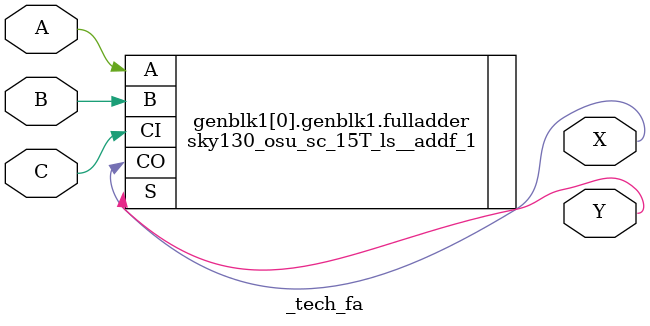
<source format=v>

(* techmap_celltype = "$fa" *)
module _tech_fa (A, B, C, X, Y);
  parameter WIDTH = 1;
  (* force_downto *)
    input [WIDTH-1 : 0] A, B, C;
  (* force_downto *)
    output [WIDTH-1 : 0] X, Y;
  
  parameter _TECHMAP_CONSTVAL_A_ = WIDTH'bx;
  parameter _TECHMAP_CONSTVAL_B_ = WIDTH'bx;
  parameter _TECHMAP_CONSTVAL_C_ = WIDTH'bx;
  
  genvar i;
  generate for (i = 0; i < WIDTH; i = i + 1) begin
      if (_TECHMAP_CONSTVAL_A_[i] === 1'b0 || _TECHMAP_CONSTVAL_B_[i] === 1'b0 || _TECHMAP_CONSTVAL_C_[i] === 1'b0) begin
        if (_TECHMAP_CONSTVAL_C_[i] === 1'b0) begin
          sky130_osu_sc_15T_ls__addh_1 halfadder_Cconst (
              .A(A[i]),
              .B(B[i]),
              .CO(X[i]), .S(Y[i])
            );
        end 
        else begin
          if (_TECHMAP_CONSTVAL_B_[i] === 1'b0) begin
            sky130_osu_sc_15T_ls__addh_1 halfadder_Bconst (
                .A(A[i]),
                .B(C[i]),
                .CO(X[i]), .S(Y[i])
              );
          end
          else begin
            sky130_osu_sc_15T_ls__addh_1 halfadder_Aconst (
                .A(B[i]),
                .B(C[i]),
                .CO(X[i]), .S(Y[i])
              );
          end
        end
      end
      else begin
        sky130_osu_sc_15T_ls__addf_1 fulladder (
            .A(A[i]), .B(B[i]), .CI(C[i]), .CO(X[i]), .S(Y[i])
          );
      end
    end endgenerate

endmodule

</source>
